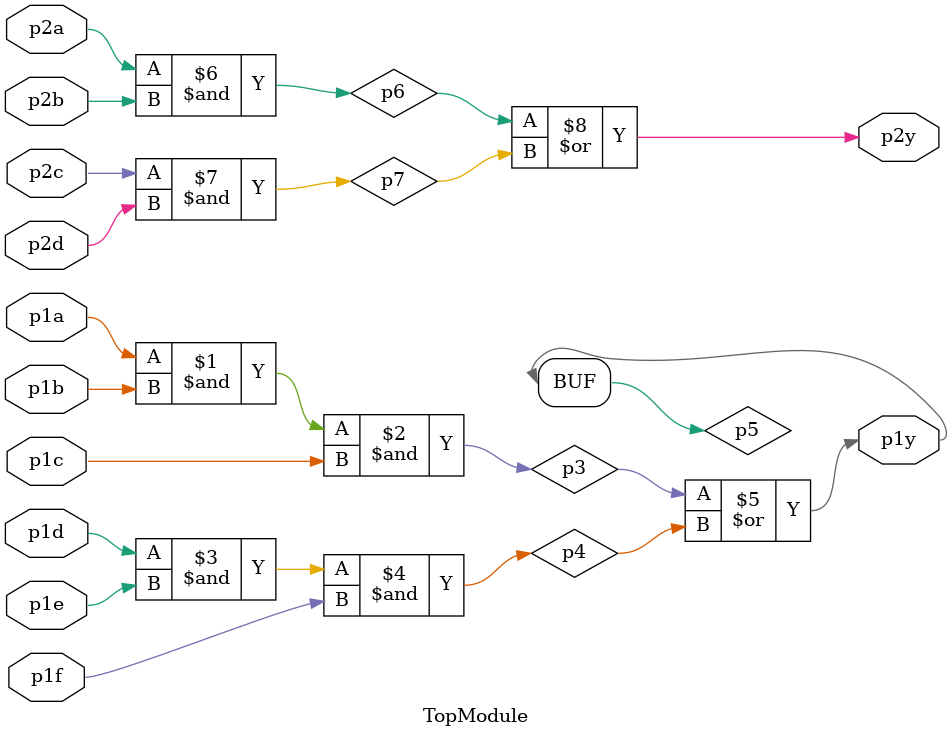
<source format=sv>

module TopModule (
  input p1a,
  input p1b,
  input p1c,
  input p1d,
  input p1e,
  input p1f,
  output p1y,
  input p2a,
  input p2b,
  input p2c,
  input p2d,
  output p2y
);

// Internal wires for p1y AND gates
wire p3 = p1a & p1b & p1c;
wire p4 = p1d & p1e & p1f;
wire p5; // Declare an intermediate wire for OR gate output
assign p5 = p3 | p4; // OR gate for p1y
assign p1y = p5; // Assign p1y to the OR output, not directly to the OR gate

// Internal wires for p2y AND gates
wire p6 = p2a & p2b;
wire p7; // Declare an intermediate wire for OR gate output
assign p7 = p2c & p2d; // Assign p7 to the second OR gate output

// OR gate for p2y
assign p2y = p6 | p7;

endmodule

// VERILOG-EVAL: errant inclusion of module definition

</source>
